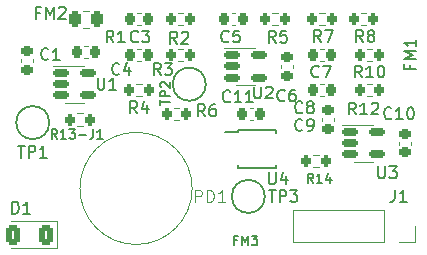
<source format=gto>
G04 #@! TF.GenerationSoftware,KiCad,Pcbnew,7.0.10*
G04 #@! TF.CreationDate,2025-06-25T11:08:39-05:00*
G04 #@! TF.ProjectId,ppg-pcb-4-afe,7070672d-7063-4622-9d34-2d6166652e6b,0*
G04 #@! TF.SameCoordinates,Original*
G04 #@! TF.FileFunction,Legend,Top*
G04 #@! TF.FilePolarity,Positive*
%FSLAX46Y46*%
G04 Gerber Fmt 4.6, Leading zero omitted, Abs format (unit mm)*
G04 Created by KiCad (PCBNEW 7.0.10) date 2025-06-25 11:08:39*
%MOMM*%
%LPD*%
G01*
G04 APERTURE LIST*
G04 Aperture macros list*
%AMRoundRect*
0 Rectangle with rounded corners*
0 $1 Rounding radius*
0 $2 $3 $4 $5 $6 $7 $8 $9 X,Y pos of 4 corners*
0 Add a 4 corners polygon primitive as box body*
4,1,4,$2,$3,$4,$5,$6,$7,$8,$9,$2,$3,0*
0 Add four circle primitives for the rounded corners*
1,1,$1+$1,$2,$3*
1,1,$1+$1,$4,$5*
1,1,$1+$1,$6,$7*
1,1,$1+$1,$8,$9*
0 Add four rect primitives between the rounded corners*
20,1,$1+$1,$2,$3,$4,$5,0*
20,1,$1+$1,$4,$5,$6,$7,0*
20,1,$1+$1,$6,$7,$8,$9,0*
20,1,$1+$1,$8,$9,$2,$3,0*%
G04 Aperture macros list end*
%ADD10C,0.150000*%
%ADD11C,0.100000*%
%ADD12C,0.120000*%
%ADD13RoundRect,0.200000X-0.200000X-0.275000X0.200000X-0.275000X0.200000X0.275000X-0.200000X0.275000X0*%
%ADD14RoundRect,0.225000X-0.225000X-0.250000X0.225000X-0.250000X0.225000X0.250000X-0.225000X0.250000X0*%
%ADD15C,2.000000*%
%ADD16RoundRect,0.225000X0.225000X0.250000X-0.225000X0.250000X-0.225000X-0.250000X0.225000X-0.250000X0*%
%ADD17R,1.700000X1.700000*%
%ADD18O,1.700000X1.700000*%
%ADD19RoundRect,0.225000X-0.250000X0.225000X-0.250000X-0.225000X0.250000X-0.225000X0.250000X0.225000X0*%
%ADD20RoundRect,0.150000X-0.512500X-0.150000X0.512500X-0.150000X0.512500X0.150000X-0.512500X0.150000X0*%
%ADD21RoundRect,0.250000X0.375000X0.625000X-0.375000X0.625000X-0.375000X-0.625000X0.375000X-0.625000X0*%
%ADD22RoundRect,0.250000X-0.262500X-0.450000X0.262500X-0.450000X0.262500X0.450000X-0.262500X0.450000X0*%
%ADD23RoundRect,0.225000X0.250000X-0.225000X0.250000X0.225000X-0.250000X0.225000X-0.250000X-0.225000X0*%
%ADD24C,1.350000*%
%ADD25R,1.100000X0.250000*%
G04 APERTURE END LIST*
D10*
X125393333Y-84929819D02*
X125060000Y-84453628D01*
X124821905Y-84929819D02*
X124821905Y-83929819D01*
X124821905Y-83929819D02*
X125202857Y-83929819D01*
X125202857Y-83929819D02*
X125298095Y-83977438D01*
X125298095Y-83977438D02*
X125345714Y-84025057D01*
X125345714Y-84025057D02*
X125393333Y-84120295D01*
X125393333Y-84120295D02*
X125393333Y-84263152D01*
X125393333Y-84263152D02*
X125345714Y-84358390D01*
X125345714Y-84358390D02*
X125298095Y-84406009D01*
X125298095Y-84406009D02*
X125202857Y-84453628D01*
X125202857Y-84453628D02*
X124821905Y-84453628D01*
X125726667Y-83929819D02*
X126393333Y-83929819D01*
X126393333Y-83929819D02*
X125964762Y-84929819D01*
X125218333Y-87834580D02*
X125170714Y-87882200D01*
X125170714Y-87882200D02*
X125027857Y-87929819D01*
X125027857Y-87929819D02*
X124932619Y-87929819D01*
X124932619Y-87929819D02*
X124789762Y-87882200D01*
X124789762Y-87882200D02*
X124694524Y-87786961D01*
X124694524Y-87786961D02*
X124646905Y-87691723D01*
X124646905Y-87691723D02*
X124599286Y-87501247D01*
X124599286Y-87501247D02*
X124599286Y-87358390D01*
X124599286Y-87358390D02*
X124646905Y-87167914D01*
X124646905Y-87167914D02*
X124694524Y-87072676D01*
X124694524Y-87072676D02*
X124789762Y-86977438D01*
X124789762Y-86977438D02*
X124932619Y-86929819D01*
X124932619Y-86929819D02*
X125027857Y-86929819D01*
X125027857Y-86929819D02*
X125170714Y-86977438D01*
X125170714Y-86977438D02*
X125218333Y-87025057D01*
X125551667Y-86929819D02*
X126218333Y-86929819D01*
X126218333Y-86929819D02*
X125789762Y-87929819D01*
X101595238Y-82431009D02*
X101261905Y-82431009D01*
X101261905Y-82954819D02*
X101261905Y-81954819D01*
X101261905Y-81954819D02*
X101738095Y-81954819D01*
X102119048Y-82954819D02*
X102119048Y-81954819D01*
X102119048Y-81954819D02*
X102452381Y-82669104D01*
X102452381Y-82669104D02*
X102785714Y-81954819D01*
X102785714Y-81954819D02*
X102785714Y-82954819D01*
X103214286Y-82050057D02*
X103261905Y-82002438D01*
X103261905Y-82002438D02*
X103357143Y-81954819D01*
X103357143Y-81954819D02*
X103595238Y-81954819D01*
X103595238Y-81954819D02*
X103690476Y-82002438D01*
X103690476Y-82002438D02*
X103738095Y-82050057D01*
X103738095Y-82050057D02*
X103785714Y-82145295D01*
X103785714Y-82145295D02*
X103785714Y-82240533D01*
X103785714Y-82240533D02*
X103738095Y-82383390D01*
X103738095Y-82383390D02*
X103166667Y-82954819D01*
X103166667Y-82954819D02*
X103785714Y-82954819D01*
X117722142Y-89934580D02*
X117674523Y-89982200D01*
X117674523Y-89982200D02*
X117531666Y-90029819D01*
X117531666Y-90029819D02*
X117436428Y-90029819D01*
X117436428Y-90029819D02*
X117293571Y-89982200D01*
X117293571Y-89982200D02*
X117198333Y-89886961D01*
X117198333Y-89886961D02*
X117150714Y-89791723D01*
X117150714Y-89791723D02*
X117103095Y-89601247D01*
X117103095Y-89601247D02*
X117103095Y-89458390D01*
X117103095Y-89458390D02*
X117150714Y-89267914D01*
X117150714Y-89267914D02*
X117198333Y-89172676D01*
X117198333Y-89172676D02*
X117293571Y-89077438D01*
X117293571Y-89077438D02*
X117436428Y-89029819D01*
X117436428Y-89029819D02*
X117531666Y-89029819D01*
X117531666Y-89029819D02*
X117674523Y-89077438D01*
X117674523Y-89077438D02*
X117722142Y-89125057D01*
X118674523Y-90029819D02*
X118103095Y-90029819D01*
X118388809Y-90029819D02*
X118388809Y-89029819D01*
X118388809Y-89029819D02*
X118293571Y-89172676D01*
X118293571Y-89172676D02*
X118198333Y-89267914D01*
X118198333Y-89267914D02*
X118103095Y-89315533D01*
X119626904Y-90029819D02*
X119055476Y-90029819D01*
X119341190Y-90029819D02*
X119341190Y-89029819D01*
X119341190Y-89029819D02*
X119245952Y-89172676D01*
X119245952Y-89172676D02*
X119150714Y-89267914D01*
X119150714Y-89267914D02*
X119055476Y-89315533D01*
X128968333Y-84929819D02*
X128635000Y-84453628D01*
X128396905Y-84929819D02*
X128396905Y-83929819D01*
X128396905Y-83929819D02*
X128777857Y-83929819D01*
X128777857Y-83929819D02*
X128873095Y-83977438D01*
X128873095Y-83977438D02*
X128920714Y-84025057D01*
X128920714Y-84025057D02*
X128968333Y-84120295D01*
X128968333Y-84120295D02*
X128968333Y-84263152D01*
X128968333Y-84263152D02*
X128920714Y-84358390D01*
X128920714Y-84358390D02*
X128873095Y-84406009D01*
X128873095Y-84406009D02*
X128777857Y-84453628D01*
X128777857Y-84453628D02*
X128396905Y-84453628D01*
X129539762Y-84358390D02*
X129444524Y-84310771D01*
X129444524Y-84310771D02*
X129396905Y-84263152D01*
X129396905Y-84263152D02*
X129349286Y-84167914D01*
X129349286Y-84167914D02*
X129349286Y-84120295D01*
X129349286Y-84120295D02*
X129396905Y-84025057D01*
X129396905Y-84025057D02*
X129444524Y-83977438D01*
X129444524Y-83977438D02*
X129539762Y-83929819D01*
X129539762Y-83929819D02*
X129730238Y-83929819D01*
X129730238Y-83929819D02*
X129825476Y-83977438D01*
X129825476Y-83977438D02*
X129873095Y-84025057D01*
X129873095Y-84025057D02*
X129920714Y-84120295D01*
X129920714Y-84120295D02*
X129920714Y-84167914D01*
X129920714Y-84167914D02*
X129873095Y-84263152D01*
X129873095Y-84263152D02*
X129825476Y-84310771D01*
X129825476Y-84310771D02*
X129730238Y-84358390D01*
X129730238Y-84358390D02*
X129539762Y-84358390D01*
X129539762Y-84358390D02*
X129444524Y-84406009D01*
X129444524Y-84406009D02*
X129396905Y-84453628D01*
X129396905Y-84453628D02*
X129349286Y-84548866D01*
X129349286Y-84548866D02*
X129349286Y-84739342D01*
X129349286Y-84739342D02*
X129396905Y-84834580D01*
X129396905Y-84834580D02*
X129444524Y-84882200D01*
X129444524Y-84882200D02*
X129539762Y-84929819D01*
X129539762Y-84929819D02*
X129730238Y-84929819D01*
X129730238Y-84929819D02*
X129825476Y-84882200D01*
X129825476Y-84882200D02*
X129873095Y-84834580D01*
X129873095Y-84834580D02*
X129920714Y-84739342D01*
X129920714Y-84739342D02*
X129920714Y-84548866D01*
X129920714Y-84548866D02*
X129873095Y-84453628D01*
X129873095Y-84453628D02*
X129825476Y-84406009D01*
X129825476Y-84406009D02*
X129730238Y-84358390D01*
X123833333Y-90859580D02*
X123785714Y-90907200D01*
X123785714Y-90907200D02*
X123642857Y-90954819D01*
X123642857Y-90954819D02*
X123547619Y-90954819D01*
X123547619Y-90954819D02*
X123404762Y-90907200D01*
X123404762Y-90907200D02*
X123309524Y-90811961D01*
X123309524Y-90811961D02*
X123261905Y-90716723D01*
X123261905Y-90716723D02*
X123214286Y-90526247D01*
X123214286Y-90526247D02*
X123214286Y-90383390D01*
X123214286Y-90383390D02*
X123261905Y-90192914D01*
X123261905Y-90192914D02*
X123309524Y-90097676D01*
X123309524Y-90097676D02*
X123404762Y-90002438D01*
X123404762Y-90002438D02*
X123547619Y-89954819D01*
X123547619Y-89954819D02*
X123642857Y-89954819D01*
X123642857Y-89954819D02*
X123785714Y-90002438D01*
X123785714Y-90002438D02*
X123833333Y-90050057D01*
X124404762Y-90383390D02*
X124309524Y-90335771D01*
X124309524Y-90335771D02*
X124261905Y-90288152D01*
X124261905Y-90288152D02*
X124214286Y-90192914D01*
X124214286Y-90192914D02*
X124214286Y-90145295D01*
X124214286Y-90145295D02*
X124261905Y-90050057D01*
X124261905Y-90050057D02*
X124309524Y-90002438D01*
X124309524Y-90002438D02*
X124404762Y-89954819D01*
X124404762Y-89954819D02*
X124595238Y-89954819D01*
X124595238Y-89954819D02*
X124690476Y-90002438D01*
X124690476Y-90002438D02*
X124738095Y-90050057D01*
X124738095Y-90050057D02*
X124785714Y-90145295D01*
X124785714Y-90145295D02*
X124785714Y-90192914D01*
X124785714Y-90192914D02*
X124738095Y-90288152D01*
X124738095Y-90288152D02*
X124690476Y-90335771D01*
X124690476Y-90335771D02*
X124595238Y-90383390D01*
X124595238Y-90383390D02*
X124404762Y-90383390D01*
X124404762Y-90383390D02*
X124309524Y-90431009D01*
X124309524Y-90431009D02*
X124261905Y-90478628D01*
X124261905Y-90478628D02*
X124214286Y-90573866D01*
X124214286Y-90573866D02*
X124214286Y-90764342D01*
X124214286Y-90764342D02*
X124261905Y-90859580D01*
X124261905Y-90859580D02*
X124309524Y-90907200D01*
X124309524Y-90907200D02*
X124404762Y-90954819D01*
X124404762Y-90954819D02*
X124595238Y-90954819D01*
X124595238Y-90954819D02*
X124690476Y-90907200D01*
X124690476Y-90907200D02*
X124738095Y-90859580D01*
X124738095Y-90859580D02*
X124785714Y-90764342D01*
X124785714Y-90764342D02*
X124785714Y-90573866D01*
X124785714Y-90573866D02*
X124738095Y-90478628D01*
X124738095Y-90478628D02*
X124690476Y-90431009D01*
X124690476Y-90431009D02*
X124595238Y-90383390D01*
X124735714Y-96862295D02*
X124469047Y-96481342D01*
X124278571Y-96862295D02*
X124278571Y-96062295D01*
X124278571Y-96062295D02*
X124583333Y-96062295D01*
X124583333Y-96062295D02*
X124659523Y-96100390D01*
X124659523Y-96100390D02*
X124697618Y-96138485D01*
X124697618Y-96138485D02*
X124735714Y-96214676D01*
X124735714Y-96214676D02*
X124735714Y-96328961D01*
X124735714Y-96328961D02*
X124697618Y-96405152D01*
X124697618Y-96405152D02*
X124659523Y-96443247D01*
X124659523Y-96443247D02*
X124583333Y-96481342D01*
X124583333Y-96481342D02*
X124278571Y-96481342D01*
X125497618Y-96862295D02*
X125040475Y-96862295D01*
X125269047Y-96862295D02*
X125269047Y-96062295D01*
X125269047Y-96062295D02*
X125192856Y-96176580D01*
X125192856Y-96176580D02*
X125116666Y-96252771D01*
X125116666Y-96252771D02*
X125040475Y-96290866D01*
X126183333Y-96328961D02*
X126183333Y-96862295D01*
X125992857Y-96024200D02*
X125802380Y-96595628D01*
X125802380Y-96595628D02*
X126297619Y-96595628D01*
X131666666Y-97454819D02*
X131666666Y-98169104D01*
X131666666Y-98169104D02*
X131619047Y-98311961D01*
X131619047Y-98311961D02*
X131523809Y-98407200D01*
X131523809Y-98407200D02*
X131380952Y-98454819D01*
X131380952Y-98454819D02*
X131285714Y-98454819D01*
X132666666Y-98454819D02*
X132095238Y-98454819D01*
X132380952Y-98454819D02*
X132380952Y-97454819D01*
X132380952Y-97454819D02*
X132285714Y-97597676D01*
X132285714Y-97597676D02*
X132190476Y-97692914D01*
X132190476Y-97692914D02*
X132095238Y-97740533D01*
X115583333Y-91204819D02*
X115250000Y-90728628D01*
X115011905Y-91204819D02*
X115011905Y-90204819D01*
X115011905Y-90204819D02*
X115392857Y-90204819D01*
X115392857Y-90204819D02*
X115488095Y-90252438D01*
X115488095Y-90252438D02*
X115535714Y-90300057D01*
X115535714Y-90300057D02*
X115583333Y-90395295D01*
X115583333Y-90395295D02*
X115583333Y-90538152D01*
X115583333Y-90538152D02*
X115535714Y-90633390D01*
X115535714Y-90633390D02*
X115488095Y-90681009D01*
X115488095Y-90681009D02*
X115392857Y-90728628D01*
X115392857Y-90728628D02*
X115011905Y-90728628D01*
X116440476Y-90204819D02*
X116250000Y-90204819D01*
X116250000Y-90204819D02*
X116154762Y-90252438D01*
X116154762Y-90252438D02*
X116107143Y-90300057D01*
X116107143Y-90300057D02*
X116011905Y-90442914D01*
X116011905Y-90442914D02*
X115964286Y-90633390D01*
X115964286Y-90633390D02*
X115964286Y-91014342D01*
X115964286Y-91014342D02*
X116011905Y-91109580D01*
X116011905Y-91109580D02*
X116059524Y-91157200D01*
X116059524Y-91157200D02*
X116154762Y-91204819D01*
X116154762Y-91204819D02*
X116345238Y-91204819D01*
X116345238Y-91204819D02*
X116440476Y-91157200D01*
X116440476Y-91157200D02*
X116488095Y-91109580D01*
X116488095Y-91109580D02*
X116535714Y-91014342D01*
X116535714Y-91014342D02*
X116535714Y-90776247D01*
X116535714Y-90776247D02*
X116488095Y-90681009D01*
X116488095Y-90681009D02*
X116440476Y-90633390D01*
X116440476Y-90633390D02*
X116345238Y-90585771D01*
X116345238Y-90585771D02*
X116154762Y-90585771D01*
X116154762Y-90585771D02*
X116059524Y-90633390D01*
X116059524Y-90633390D02*
X116011905Y-90681009D01*
X116011905Y-90681009D02*
X115964286Y-90776247D01*
X131357142Y-91359580D02*
X131309523Y-91407200D01*
X131309523Y-91407200D02*
X131166666Y-91454819D01*
X131166666Y-91454819D02*
X131071428Y-91454819D01*
X131071428Y-91454819D02*
X130928571Y-91407200D01*
X130928571Y-91407200D02*
X130833333Y-91311961D01*
X130833333Y-91311961D02*
X130785714Y-91216723D01*
X130785714Y-91216723D02*
X130738095Y-91026247D01*
X130738095Y-91026247D02*
X130738095Y-90883390D01*
X130738095Y-90883390D02*
X130785714Y-90692914D01*
X130785714Y-90692914D02*
X130833333Y-90597676D01*
X130833333Y-90597676D02*
X130928571Y-90502438D01*
X130928571Y-90502438D02*
X131071428Y-90454819D01*
X131071428Y-90454819D02*
X131166666Y-90454819D01*
X131166666Y-90454819D02*
X131309523Y-90502438D01*
X131309523Y-90502438D02*
X131357142Y-90550057D01*
X132309523Y-91454819D02*
X131738095Y-91454819D01*
X132023809Y-91454819D02*
X132023809Y-90454819D01*
X132023809Y-90454819D02*
X131928571Y-90597676D01*
X131928571Y-90597676D02*
X131833333Y-90692914D01*
X131833333Y-90692914D02*
X131738095Y-90740533D01*
X132928571Y-90454819D02*
X133023809Y-90454819D01*
X133023809Y-90454819D02*
X133119047Y-90502438D01*
X133119047Y-90502438D02*
X133166666Y-90550057D01*
X133166666Y-90550057D02*
X133214285Y-90645295D01*
X133214285Y-90645295D02*
X133261904Y-90835771D01*
X133261904Y-90835771D02*
X133261904Y-91073866D01*
X133261904Y-91073866D02*
X133214285Y-91264342D01*
X133214285Y-91264342D02*
X133166666Y-91359580D01*
X133166666Y-91359580D02*
X133119047Y-91407200D01*
X133119047Y-91407200D02*
X133023809Y-91454819D01*
X133023809Y-91454819D02*
X132928571Y-91454819D01*
X132928571Y-91454819D02*
X132833333Y-91407200D01*
X132833333Y-91407200D02*
X132785714Y-91359580D01*
X132785714Y-91359580D02*
X132738095Y-91264342D01*
X132738095Y-91264342D02*
X132690476Y-91073866D01*
X132690476Y-91073866D02*
X132690476Y-90835771D01*
X132690476Y-90835771D02*
X132738095Y-90645295D01*
X132738095Y-90645295D02*
X132785714Y-90550057D01*
X132785714Y-90550057D02*
X132833333Y-90502438D01*
X132833333Y-90502438D02*
X132928571Y-90454819D01*
X113233333Y-85054819D02*
X112900000Y-84578628D01*
X112661905Y-85054819D02*
X112661905Y-84054819D01*
X112661905Y-84054819D02*
X113042857Y-84054819D01*
X113042857Y-84054819D02*
X113138095Y-84102438D01*
X113138095Y-84102438D02*
X113185714Y-84150057D01*
X113185714Y-84150057D02*
X113233333Y-84245295D01*
X113233333Y-84245295D02*
X113233333Y-84388152D01*
X113233333Y-84388152D02*
X113185714Y-84483390D01*
X113185714Y-84483390D02*
X113138095Y-84531009D01*
X113138095Y-84531009D02*
X113042857Y-84578628D01*
X113042857Y-84578628D02*
X112661905Y-84578628D01*
X113614286Y-84150057D02*
X113661905Y-84102438D01*
X113661905Y-84102438D02*
X113757143Y-84054819D01*
X113757143Y-84054819D02*
X113995238Y-84054819D01*
X113995238Y-84054819D02*
X114090476Y-84102438D01*
X114090476Y-84102438D02*
X114138095Y-84150057D01*
X114138095Y-84150057D02*
X114185714Y-84245295D01*
X114185714Y-84245295D02*
X114185714Y-84340533D01*
X114185714Y-84340533D02*
X114138095Y-84483390D01*
X114138095Y-84483390D02*
X113566667Y-85054819D01*
X113566667Y-85054819D02*
X114185714Y-85054819D01*
X119738095Y-88704819D02*
X119738095Y-89514342D01*
X119738095Y-89514342D02*
X119785714Y-89609580D01*
X119785714Y-89609580D02*
X119833333Y-89657200D01*
X119833333Y-89657200D02*
X119928571Y-89704819D01*
X119928571Y-89704819D02*
X120119047Y-89704819D01*
X120119047Y-89704819D02*
X120214285Y-89657200D01*
X120214285Y-89657200D02*
X120261904Y-89609580D01*
X120261904Y-89609580D02*
X120309523Y-89514342D01*
X120309523Y-89514342D02*
X120309523Y-88704819D01*
X120738095Y-88800057D02*
X120785714Y-88752438D01*
X120785714Y-88752438D02*
X120880952Y-88704819D01*
X120880952Y-88704819D02*
X121119047Y-88704819D01*
X121119047Y-88704819D02*
X121214285Y-88752438D01*
X121214285Y-88752438D02*
X121261904Y-88800057D01*
X121261904Y-88800057D02*
X121309523Y-88895295D01*
X121309523Y-88895295D02*
X121309523Y-88990533D01*
X121309523Y-88990533D02*
X121261904Y-89133390D01*
X121261904Y-89133390D02*
X120690476Y-89704819D01*
X120690476Y-89704819D02*
X121309523Y-89704819D01*
X99261905Y-99454819D02*
X99261905Y-98454819D01*
X99261905Y-98454819D02*
X99500000Y-98454819D01*
X99500000Y-98454819D02*
X99642857Y-98502438D01*
X99642857Y-98502438D02*
X99738095Y-98597676D01*
X99738095Y-98597676D02*
X99785714Y-98692914D01*
X99785714Y-98692914D02*
X99833333Y-98883390D01*
X99833333Y-98883390D02*
X99833333Y-99026247D01*
X99833333Y-99026247D02*
X99785714Y-99216723D01*
X99785714Y-99216723D02*
X99738095Y-99311961D01*
X99738095Y-99311961D02*
X99642857Y-99407200D01*
X99642857Y-99407200D02*
X99500000Y-99454819D01*
X99500000Y-99454819D02*
X99261905Y-99454819D01*
X100785714Y-99454819D02*
X100214286Y-99454819D01*
X100500000Y-99454819D02*
X100500000Y-98454819D01*
X100500000Y-98454819D02*
X100404762Y-98597676D01*
X100404762Y-98597676D02*
X100309524Y-98692914D01*
X100309524Y-98692914D02*
X100214286Y-98740533D01*
X99738095Y-93704819D02*
X100309523Y-93704819D01*
X100023809Y-94704819D02*
X100023809Y-93704819D01*
X100642857Y-94704819D02*
X100642857Y-93704819D01*
X100642857Y-93704819D02*
X101023809Y-93704819D01*
X101023809Y-93704819D02*
X101119047Y-93752438D01*
X101119047Y-93752438D02*
X101166666Y-93800057D01*
X101166666Y-93800057D02*
X101214285Y-93895295D01*
X101214285Y-93895295D02*
X101214285Y-94038152D01*
X101214285Y-94038152D02*
X101166666Y-94133390D01*
X101166666Y-94133390D02*
X101119047Y-94181009D01*
X101119047Y-94181009D02*
X101023809Y-94228628D01*
X101023809Y-94228628D02*
X100642857Y-94228628D01*
X102166666Y-94704819D02*
X101595238Y-94704819D01*
X101880952Y-94704819D02*
X101880952Y-93704819D01*
X101880952Y-93704819D02*
X101785714Y-93847676D01*
X101785714Y-93847676D02*
X101690476Y-93942914D01*
X101690476Y-93942914D02*
X101595238Y-93990533D01*
X118276190Y-101693247D02*
X118009524Y-101693247D01*
X118009524Y-102112295D02*
X118009524Y-101312295D01*
X118009524Y-101312295D02*
X118390476Y-101312295D01*
X118695238Y-102112295D02*
X118695238Y-101312295D01*
X118695238Y-101312295D02*
X118961904Y-101883723D01*
X118961904Y-101883723D02*
X119228571Y-101312295D01*
X119228571Y-101312295D02*
X119228571Y-102112295D01*
X119533333Y-101312295D02*
X120028571Y-101312295D01*
X120028571Y-101312295D02*
X119761905Y-101617057D01*
X119761905Y-101617057D02*
X119876190Y-101617057D01*
X119876190Y-101617057D02*
X119952381Y-101655152D01*
X119952381Y-101655152D02*
X119990476Y-101693247D01*
X119990476Y-101693247D02*
X120028571Y-101769438D01*
X120028571Y-101769438D02*
X120028571Y-101959914D01*
X120028571Y-101959914D02*
X119990476Y-102036104D01*
X119990476Y-102036104D02*
X119952381Y-102074200D01*
X119952381Y-102074200D02*
X119876190Y-102112295D01*
X119876190Y-102112295D02*
X119647619Y-102112295D01*
X119647619Y-102112295D02*
X119571428Y-102074200D01*
X119571428Y-102074200D02*
X119533333Y-102036104D01*
X106488095Y-87954819D02*
X106488095Y-88764342D01*
X106488095Y-88764342D02*
X106535714Y-88859580D01*
X106535714Y-88859580D02*
X106583333Y-88907200D01*
X106583333Y-88907200D02*
X106678571Y-88954819D01*
X106678571Y-88954819D02*
X106869047Y-88954819D01*
X106869047Y-88954819D02*
X106964285Y-88907200D01*
X106964285Y-88907200D02*
X107011904Y-88859580D01*
X107011904Y-88859580D02*
X107059523Y-88764342D01*
X107059523Y-88764342D02*
X107059523Y-87954819D01*
X108059523Y-88954819D02*
X107488095Y-88954819D01*
X107773809Y-88954819D02*
X107773809Y-87954819D01*
X107773809Y-87954819D02*
X107678571Y-88097676D01*
X107678571Y-88097676D02*
X107583333Y-88192914D01*
X107583333Y-88192914D02*
X107488095Y-88240533D01*
X107833333Y-84954819D02*
X107500000Y-84478628D01*
X107261905Y-84954819D02*
X107261905Y-83954819D01*
X107261905Y-83954819D02*
X107642857Y-83954819D01*
X107642857Y-83954819D02*
X107738095Y-84002438D01*
X107738095Y-84002438D02*
X107785714Y-84050057D01*
X107785714Y-84050057D02*
X107833333Y-84145295D01*
X107833333Y-84145295D02*
X107833333Y-84288152D01*
X107833333Y-84288152D02*
X107785714Y-84383390D01*
X107785714Y-84383390D02*
X107738095Y-84431009D01*
X107738095Y-84431009D02*
X107642857Y-84478628D01*
X107642857Y-84478628D02*
X107261905Y-84478628D01*
X108785714Y-84954819D02*
X108214286Y-84954819D01*
X108500000Y-84954819D02*
X108500000Y-83954819D01*
X108500000Y-83954819D02*
X108404762Y-84097676D01*
X108404762Y-84097676D02*
X108309524Y-84192914D01*
X108309524Y-84192914D02*
X108214286Y-84240533D01*
X109933333Y-84859580D02*
X109885714Y-84907200D01*
X109885714Y-84907200D02*
X109742857Y-84954819D01*
X109742857Y-84954819D02*
X109647619Y-84954819D01*
X109647619Y-84954819D02*
X109504762Y-84907200D01*
X109504762Y-84907200D02*
X109409524Y-84811961D01*
X109409524Y-84811961D02*
X109361905Y-84716723D01*
X109361905Y-84716723D02*
X109314286Y-84526247D01*
X109314286Y-84526247D02*
X109314286Y-84383390D01*
X109314286Y-84383390D02*
X109361905Y-84192914D01*
X109361905Y-84192914D02*
X109409524Y-84097676D01*
X109409524Y-84097676D02*
X109504762Y-84002438D01*
X109504762Y-84002438D02*
X109647619Y-83954819D01*
X109647619Y-83954819D02*
X109742857Y-83954819D01*
X109742857Y-83954819D02*
X109885714Y-84002438D01*
X109885714Y-84002438D02*
X109933333Y-84050057D01*
X110266667Y-83954819D02*
X110885714Y-83954819D01*
X110885714Y-83954819D02*
X110552381Y-84335771D01*
X110552381Y-84335771D02*
X110695238Y-84335771D01*
X110695238Y-84335771D02*
X110790476Y-84383390D01*
X110790476Y-84383390D02*
X110838095Y-84431009D01*
X110838095Y-84431009D02*
X110885714Y-84526247D01*
X110885714Y-84526247D02*
X110885714Y-84764342D01*
X110885714Y-84764342D02*
X110838095Y-84859580D01*
X110838095Y-84859580D02*
X110790476Y-84907200D01*
X110790476Y-84907200D02*
X110695238Y-84954819D01*
X110695238Y-84954819D02*
X110409524Y-84954819D01*
X110409524Y-84954819D02*
X110314286Y-84907200D01*
X110314286Y-84907200D02*
X110266667Y-84859580D01*
X123833333Y-92359580D02*
X123785714Y-92407200D01*
X123785714Y-92407200D02*
X123642857Y-92454819D01*
X123642857Y-92454819D02*
X123547619Y-92454819D01*
X123547619Y-92454819D02*
X123404762Y-92407200D01*
X123404762Y-92407200D02*
X123309524Y-92311961D01*
X123309524Y-92311961D02*
X123261905Y-92216723D01*
X123261905Y-92216723D02*
X123214286Y-92026247D01*
X123214286Y-92026247D02*
X123214286Y-91883390D01*
X123214286Y-91883390D02*
X123261905Y-91692914D01*
X123261905Y-91692914D02*
X123309524Y-91597676D01*
X123309524Y-91597676D02*
X123404762Y-91502438D01*
X123404762Y-91502438D02*
X123547619Y-91454819D01*
X123547619Y-91454819D02*
X123642857Y-91454819D01*
X123642857Y-91454819D02*
X123785714Y-91502438D01*
X123785714Y-91502438D02*
X123833333Y-91550057D01*
X124309524Y-92454819D02*
X124500000Y-92454819D01*
X124500000Y-92454819D02*
X124595238Y-92407200D01*
X124595238Y-92407200D02*
X124642857Y-92359580D01*
X124642857Y-92359580D02*
X124738095Y-92216723D01*
X124738095Y-92216723D02*
X124785714Y-92026247D01*
X124785714Y-92026247D02*
X124785714Y-91645295D01*
X124785714Y-91645295D02*
X124738095Y-91550057D01*
X124738095Y-91550057D02*
X124690476Y-91502438D01*
X124690476Y-91502438D02*
X124595238Y-91454819D01*
X124595238Y-91454819D02*
X124404762Y-91454819D01*
X124404762Y-91454819D02*
X124309524Y-91502438D01*
X124309524Y-91502438D02*
X124261905Y-91550057D01*
X124261905Y-91550057D02*
X124214286Y-91645295D01*
X124214286Y-91645295D02*
X124214286Y-91883390D01*
X124214286Y-91883390D02*
X124261905Y-91978628D01*
X124261905Y-91978628D02*
X124309524Y-92026247D01*
X124309524Y-92026247D02*
X124404762Y-92073866D01*
X124404762Y-92073866D02*
X124595238Y-92073866D01*
X124595238Y-92073866D02*
X124690476Y-92026247D01*
X124690476Y-92026247D02*
X124738095Y-91978628D01*
X124738095Y-91978628D02*
X124785714Y-91883390D01*
X111833333Y-87704819D02*
X111500000Y-87228628D01*
X111261905Y-87704819D02*
X111261905Y-86704819D01*
X111261905Y-86704819D02*
X111642857Y-86704819D01*
X111642857Y-86704819D02*
X111738095Y-86752438D01*
X111738095Y-86752438D02*
X111785714Y-86800057D01*
X111785714Y-86800057D02*
X111833333Y-86895295D01*
X111833333Y-86895295D02*
X111833333Y-87038152D01*
X111833333Y-87038152D02*
X111785714Y-87133390D01*
X111785714Y-87133390D02*
X111738095Y-87181009D01*
X111738095Y-87181009D02*
X111642857Y-87228628D01*
X111642857Y-87228628D02*
X111261905Y-87228628D01*
X112166667Y-86704819D02*
X112785714Y-86704819D01*
X112785714Y-86704819D02*
X112452381Y-87085771D01*
X112452381Y-87085771D02*
X112595238Y-87085771D01*
X112595238Y-87085771D02*
X112690476Y-87133390D01*
X112690476Y-87133390D02*
X112738095Y-87181009D01*
X112738095Y-87181009D02*
X112785714Y-87276247D01*
X112785714Y-87276247D02*
X112785714Y-87514342D01*
X112785714Y-87514342D02*
X112738095Y-87609580D01*
X112738095Y-87609580D02*
X112690476Y-87657200D01*
X112690476Y-87657200D02*
X112595238Y-87704819D01*
X112595238Y-87704819D02*
X112309524Y-87704819D01*
X112309524Y-87704819D02*
X112214286Y-87657200D01*
X112214286Y-87657200D02*
X112166667Y-87609580D01*
X132931009Y-86904761D02*
X132931009Y-87238094D01*
X133454819Y-87238094D02*
X132454819Y-87238094D01*
X132454819Y-87238094D02*
X132454819Y-86761904D01*
X133454819Y-86380951D02*
X132454819Y-86380951D01*
X132454819Y-86380951D02*
X133169104Y-86047618D01*
X133169104Y-86047618D02*
X132454819Y-85714285D01*
X132454819Y-85714285D02*
X133454819Y-85714285D01*
X133454819Y-84714285D02*
X133454819Y-85285713D01*
X133454819Y-84999999D02*
X132454819Y-84999999D01*
X132454819Y-84999999D02*
X132597676Y-85095237D01*
X132597676Y-85095237D02*
X132692914Y-85190475D01*
X132692914Y-85190475D02*
X132740533Y-85285713D01*
X111812295Y-90259523D02*
X111812295Y-89802380D01*
X112612295Y-90030952D02*
X111812295Y-90030952D01*
X112612295Y-89535713D02*
X111812295Y-89535713D01*
X111812295Y-89535713D02*
X111812295Y-89230951D01*
X111812295Y-89230951D02*
X111850390Y-89154761D01*
X111850390Y-89154761D02*
X111888485Y-89116666D01*
X111888485Y-89116666D02*
X111964676Y-89078570D01*
X111964676Y-89078570D02*
X112078961Y-89078570D01*
X112078961Y-89078570D02*
X112155152Y-89116666D01*
X112155152Y-89116666D02*
X112193247Y-89154761D01*
X112193247Y-89154761D02*
X112231342Y-89230951D01*
X112231342Y-89230951D02*
X112231342Y-89535713D01*
X111888485Y-88773809D02*
X111850390Y-88735713D01*
X111850390Y-88735713D02*
X111812295Y-88659523D01*
X111812295Y-88659523D02*
X111812295Y-88469047D01*
X111812295Y-88469047D02*
X111850390Y-88392856D01*
X111850390Y-88392856D02*
X111888485Y-88354761D01*
X111888485Y-88354761D02*
X111964676Y-88316666D01*
X111964676Y-88316666D02*
X112040866Y-88316666D01*
X112040866Y-88316666D02*
X112155152Y-88354761D01*
X112155152Y-88354761D02*
X112612295Y-88811904D01*
X112612295Y-88811904D02*
X112612295Y-88316666D01*
X121568333Y-84979819D02*
X121235000Y-84503628D01*
X120996905Y-84979819D02*
X120996905Y-83979819D01*
X120996905Y-83979819D02*
X121377857Y-83979819D01*
X121377857Y-83979819D02*
X121473095Y-84027438D01*
X121473095Y-84027438D02*
X121520714Y-84075057D01*
X121520714Y-84075057D02*
X121568333Y-84170295D01*
X121568333Y-84170295D02*
X121568333Y-84313152D01*
X121568333Y-84313152D02*
X121520714Y-84408390D01*
X121520714Y-84408390D02*
X121473095Y-84456009D01*
X121473095Y-84456009D02*
X121377857Y-84503628D01*
X121377857Y-84503628D02*
X120996905Y-84503628D01*
X122473095Y-83979819D02*
X121996905Y-83979819D01*
X121996905Y-83979819D02*
X121949286Y-84456009D01*
X121949286Y-84456009D02*
X121996905Y-84408390D01*
X121996905Y-84408390D02*
X122092143Y-84360771D01*
X122092143Y-84360771D02*
X122330238Y-84360771D01*
X122330238Y-84360771D02*
X122425476Y-84408390D01*
X122425476Y-84408390D02*
X122473095Y-84456009D01*
X122473095Y-84456009D02*
X122520714Y-84551247D01*
X122520714Y-84551247D02*
X122520714Y-84789342D01*
X122520714Y-84789342D02*
X122473095Y-84884580D01*
X122473095Y-84884580D02*
X122425476Y-84932200D01*
X122425476Y-84932200D02*
X122330238Y-84979819D01*
X122330238Y-84979819D02*
X122092143Y-84979819D01*
X122092143Y-84979819D02*
X121996905Y-84932200D01*
X121996905Y-84932200D02*
X121949286Y-84884580D01*
X122333333Y-89859580D02*
X122285714Y-89907200D01*
X122285714Y-89907200D02*
X122142857Y-89954819D01*
X122142857Y-89954819D02*
X122047619Y-89954819D01*
X122047619Y-89954819D02*
X121904762Y-89907200D01*
X121904762Y-89907200D02*
X121809524Y-89811961D01*
X121809524Y-89811961D02*
X121761905Y-89716723D01*
X121761905Y-89716723D02*
X121714286Y-89526247D01*
X121714286Y-89526247D02*
X121714286Y-89383390D01*
X121714286Y-89383390D02*
X121761905Y-89192914D01*
X121761905Y-89192914D02*
X121809524Y-89097676D01*
X121809524Y-89097676D02*
X121904762Y-89002438D01*
X121904762Y-89002438D02*
X122047619Y-88954819D01*
X122047619Y-88954819D02*
X122142857Y-88954819D01*
X122142857Y-88954819D02*
X122285714Y-89002438D01*
X122285714Y-89002438D02*
X122333333Y-89050057D01*
X123190476Y-88954819D02*
X123000000Y-88954819D01*
X123000000Y-88954819D02*
X122904762Y-89002438D01*
X122904762Y-89002438D02*
X122857143Y-89050057D01*
X122857143Y-89050057D02*
X122761905Y-89192914D01*
X122761905Y-89192914D02*
X122714286Y-89383390D01*
X122714286Y-89383390D02*
X122714286Y-89764342D01*
X122714286Y-89764342D02*
X122761905Y-89859580D01*
X122761905Y-89859580D02*
X122809524Y-89907200D01*
X122809524Y-89907200D02*
X122904762Y-89954819D01*
X122904762Y-89954819D02*
X123095238Y-89954819D01*
X123095238Y-89954819D02*
X123190476Y-89907200D01*
X123190476Y-89907200D02*
X123238095Y-89859580D01*
X123238095Y-89859580D02*
X123285714Y-89764342D01*
X123285714Y-89764342D02*
X123285714Y-89526247D01*
X123285714Y-89526247D02*
X123238095Y-89431009D01*
X123238095Y-89431009D02*
X123190476Y-89383390D01*
X123190476Y-89383390D02*
X123095238Y-89335771D01*
X123095238Y-89335771D02*
X122904762Y-89335771D01*
X122904762Y-89335771D02*
X122809524Y-89383390D01*
X122809524Y-89383390D02*
X122761905Y-89431009D01*
X122761905Y-89431009D02*
X122714286Y-89526247D01*
X109833333Y-90954819D02*
X109500000Y-90478628D01*
X109261905Y-90954819D02*
X109261905Y-89954819D01*
X109261905Y-89954819D02*
X109642857Y-89954819D01*
X109642857Y-89954819D02*
X109738095Y-90002438D01*
X109738095Y-90002438D02*
X109785714Y-90050057D01*
X109785714Y-90050057D02*
X109833333Y-90145295D01*
X109833333Y-90145295D02*
X109833333Y-90288152D01*
X109833333Y-90288152D02*
X109785714Y-90383390D01*
X109785714Y-90383390D02*
X109738095Y-90431009D01*
X109738095Y-90431009D02*
X109642857Y-90478628D01*
X109642857Y-90478628D02*
X109261905Y-90478628D01*
X110690476Y-90288152D02*
X110690476Y-90954819D01*
X110452381Y-89907200D02*
X110214286Y-90621485D01*
X110214286Y-90621485D02*
X110833333Y-90621485D01*
X128357142Y-91054819D02*
X128023809Y-90578628D01*
X127785714Y-91054819D02*
X127785714Y-90054819D01*
X127785714Y-90054819D02*
X128166666Y-90054819D01*
X128166666Y-90054819D02*
X128261904Y-90102438D01*
X128261904Y-90102438D02*
X128309523Y-90150057D01*
X128309523Y-90150057D02*
X128357142Y-90245295D01*
X128357142Y-90245295D02*
X128357142Y-90388152D01*
X128357142Y-90388152D02*
X128309523Y-90483390D01*
X128309523Y-90483390D02*
X128261904Y-90531009D01*
X128261904Y-90531009D02*
X128166666Y-90578628D01*
X128166666Y-90578628D02*
X127785714Y-90578628D01*
X129309523Y-91054819D02*
X128738095Y-91054819D01*
X129023809Y-91054819D02*
X129023809Y-90054819D01*
X129023809Y-90054819D02*
X128928571Y-90197676D01*
X128928571Y-90197676D02*
X128833333Y-90292914D01*
X128833333Y-90292914D02*
X128738095Y-90340533D01*
X129690476Y-90150057D02*
X129738095Y-90102438D01*
X129738095Y-90102438D02*
X129833333Y-90054819D01*
X129833333Y-90054819D02*
X130071428Y-90054819D01*
X130071428Y-90054819D02*
X130166666Y-90102438D01*
X130166666Y-90102438D02*
X130214285Y-90150057D01*
X130214285Y-90150057D02*
X130261904Y-90245295D01*
X130261904Y-90245295D02*
X130261904Y-90340533D01*
X130261904Y-90340533D02*
X130214285Y-90483390D01*
X130214285Y-90483390D02*
X129642857Y-91054819D01*
X129642857Y-91054819D02*
X130261904Y-91054819D01*
X120988095Y-97454819D02*
X121559523Y-97454819D01*
X121273809Y-98454819D02*
X121273809Y-97454819D01*
X121892857Y-98454819D02*
X121892857Y-97454819D01*
X121892857Y-97454819D02*
X122273809Y-97454819D01*
X122273809Y-97454819D02*
X122369047Y-97502438D01*
X122369047Y-97502438D02*
X122416666Y-97550057D01*
X122416666Y-97550057D02*
X122464285Y-97645295D01*
X122464285Y-97645295D02*
X122464285Y-97788152D01*
X122464285Y-97788152D02*
X122416666Y-97883390D01*
X122416666Y-97883390D02*
X122369047Y-97931009D01*
X122369047Y-97931009D02*
X122273809Y-97978628D01*
X122273809Y-97978628D02*
X121892857Y-97978628D01*
X122797619Y-97454819D02*
X123416666Y-97454819D01*
X123416666Y-97454819D02*
X123083333Y-97835771D01*
X123083333Y-97835771D02*
X123226190Y-97835771D01*
X123226190Y-97835771D02*
X123321428Y-97883390D01*
X123321428Y-97883390D02*
X123369047Y-97931009D01*
X123369047Y-97931009D02*
X123416666Y-98026247D01*
X123416666Y-98026247D02*
X123416666Y-98264342D01*
X123416666Y-98264342D02*
X123369047Y-98359580D01*
X123369047Y-98359580D02*
X123321428Y-98407200D01*
X123321428Y-98407200D02*
X123226190Y-98454819D01*
X123226190Y-98454819D02*
X122940476Y-98454819D01*
X122940476Y-98454819D02*
X122845238Y-98407200D01*
X122845238Y-98407200D02*
X122797619Y-98359580D01*
X128857142Y-87929819D02*
X128523809Y-87453628D01*
X128285714Y-87929819D02*
X128285714Y-86929819D01*
X128285714Y-86929819D02*
X128666666Y-86929819D01*
X128666666Y-86929819D02*
X128761904Y-86977438D01*
X128761904Y-86977438D02*
X128809523Y-87025057D01*
X128809523Y-87025057D02*
X128857142Y-87120295D01*
X128857142Y-87120295D02*
X128857142Y-87263152D01*
X128857142Y-87263152D02*
X128809523Y-87358390D01*
X128809523Y-87358390D02*
X128761904Y-87406009D01*
X128761904Y-87406009D02*
X128666666Y-87453628D01*
X128666666Y-87453628D02*
X128285714Y-87453628D01*
X129809523Y-87929819D02*
X129238095Y-87929819D01*
X129523809Y-87929819D02*
X129523809Y-86929819D01*
X129523809Y-86929819D02*
X129428571Y-87072676D01*
X129428571Y-87072676D02*
X129333333Y-87167914D01*
X129333333Y-87167914D02*
X129238095Y-87215533D01*
X130428571Y-86929819D02*
X130523809Y-86929819D01*
X130523809Y-86929819D02*
X130619047Y-86977438D01*
X130619047Y-86977438D02*
X130666666Y-87025057D01*
X130666666Y-87025057D02*
X130714285Y-87120295D01*
X130714285Y-87120295D02*
X130761904Y-87310771D01*
X130761904Y-87310771D02*
X130761904Y-87548866D01*
X130761904Y-87548866D02*
X130714285Y-87739342D01*
X130714285Y-87739342D02*
X130666666Y-87834580D01*
X130666666Y-87834580D02*
X130619047Y-87882200D01*
X130619047Y-87882200D02*
X130523809Y-87929819D01*
X130523809Y-87929819D02*
X130428571Y-87929819D01*
X130428571Y-87929819D02*
X130333333Y-87882200D01*
X130333333Y-87882200D02*
X130285714Y-87834580D01*
X130285714Y-87834580D02*
X130238095Y-87739342D01*
X130238095Y-87739342D02*
X130190476Y-87548866D01*
X130190476Y-87548866D02*
X130190476Y-87310771D01*
X130190476Y-87310771D02*
X130238095Y-87120295D01*
X130238095Y-87120295D02*
X130285714Y-87025057D01*
X130285714Y-87025057D02*
X130333333Y-86977438D01*
X130333333Y-86977438D02*
X130428571Y-86929819D01*
D11*
X114761905Y-98457419D02*
X114761905Y-97457419D01*
X114761905Y-97457419D02*
X115142857Y-97457419D01*
X115142857Y-97457419D02*
X115238095Y-97505038D01*
X115238095Y-97505038D02*
X115285714Y-97552657D01*
X115285714Y-97552657D02*
X115333333Y-97647895D01*
X115333333Y-97647895D02*
X115333333Y-97790752D01*
X115333333Y-97790752D02*
X115285714Y-97885990D01*
X115285714Y-97885990D02*
X115238095Y-97933609D01*
X115238095Y-97933609D02*
X115142857Y-97981228D01*
X115142857Y-97981228D02*
X114761905Y-97981228D01*
X115761905Y-98457419D02*
X115761905Y-97457419D01*
X115761905Y-97457419D02*
X116000000Y-97457419D01*
X116000000Y-97457419D02*
X116142857Y-97505038D01*
X116142857Y-97505038D02*
X116238095Y-97600276D01*
X116238095Y-97600276D02*
X116285714Y-97695514D01*
X116285714Y-97695514D02*
X116333333Y-97885990D01*
X116333333Y-97885990D02*
X116333333Y-98028847D01*
X116333333Y-98028847D02*
X116285714Y-98219323D01*
X116285714Y-98219323D02*
X116238095Y-98314561D01*
X116238095Y-98314561D02*
X116142857Y-98409800D01*
X116142857Y-98409800D02*
X116000000Y-98457419D01*
X116000000Y-98457419D02*
X115761905Y-98457419D01*
X117285714Y-98457419D02*
X116714286Y-98457419D01*
X117000000Y-98457419D02*
X117000000Y-97457419D01*
X117000000Y-97457419D02*
X116904762Y-97600276D01*
X116904762Y-97600276D02*
X116809524Y-97695514D01*
X116809524Y-97695514D02*
X116714286Y-97743133D01*
D10*
X102333333Y-86359580D02*
X102285714Y-86407200D01*
X102285714Y-86407200D02*
X102142857Y-86454819D01*
X102142857Y-86454819D02*
X102047619Y-86454819D01*
X102047619Y-86454819D02*
X101904762Y-86407200D01*
X101904762Y-86407200D02*
X101809524Y-86311961D01*
X101809524Y-86311961D02*
X101761905Y-86216723D01*
X101761905Y-86216723D02*
X101714286Y-86026247D01*
X101714286Y-86026247D02*
X101714286Y-85883390D01*
X101714286Y-85883390D02*
X101761905Y-85692914D01*
X101761905Y-85692914D02*
X101809524Y-85597676D01*
X101809524Y-85597676D02*
X101904762Y-85502438D01*
X101904762Y-85502438D02*
X102047619Y-85454819D01*
X102047619Y-85454819D02*
X102142857Y-85454819D01*
X102142857Y-85454819D02*
X102285714Y-85502438D01*
X102285714Y-85502438D02*
X102333333Y-85550057D01*
X103285714Y-86454819D02*
X102714286Y-86454819D01*
X103000000Y-86454819D02*
X103000000Y-85454819D01*
X103000000Y-85454819D02*
X102904762Y-85597676D01*
X102904762Y-85597676D02*
X102809524Y-85692914D01*
X102809524Y-85692914D02*
X102714286Y-85740533D01*
X117583333Y-84859580D02*
X117535714Y-84907200D01*
X117535714Y-84907200D02*
X117392857Y-84954819D01*
X117392857Y-84954819D02*
X117297619Y-84954819D01*
X117297619Y-84954819D02*
X117154762Y-84907200D01*
X117154762Y-84907200D02*
X117059524Y-84811961D01*
X117059524Y-84811961D02*
X117011905Y-84716723D01*
X117011905Y-84716723D02*
X116964286Y-84526247D01*
X116964286Y-84526247D02*
X116964286Y-84383390D01*
X116964286Y-84383390D02*
X117011905Y-84192914D01*
X117011905Y-84192914D02*
X117059524Y-84097676D01*
X117059524Y-84097676D02*
X117154762Y-84002438D01*
X117154762Y-84002438D02*
X117297619Y-83954819D01*
X117297619Y-83954819D02*
X117392857Y-83954819D01*
X117392857Y-83954819D02*
X117535714Y-84002438D01*
X117535714Y-84002438D02*
X117583333Y-84050057D01*
X118488095Y-83954819D02*
X118011905Y-83954819D01*
X118011905Y-83954819D02*
X117964286Y-84431009D01*
X117964286Y-84431009D02*
X118011905Y-84383390D01*
X118011905Y-84383390D02*
X118107143Y-84335771D01*
X118107143Y-84335771D02*
X118345238Y-84335771D01*
X118345238Y-84335771D02*
X118440476Y-84383390D01*
X118440476Y-84383390D02*
X118488095Y-84431009D01*
X118488095Y-84431009D02*
X118535714Y-84526247D01*
X118535714Y-84526247D02*
X118535714Y-84764342D01*
X118535714Y-84764342D02*
X118488095Y-84859580D01*
X118488095Y-84859580D02*
X118440476Y-84907200D01*
X118440476Y-84907200D02*
X118345238Y-84954819D01*
X118345238Y-84954819D02*
X118107143Y-84954819D01*
X118107143Y-84954819D02*
X118011905Y-84907200D01*
X118011905Y-84907200D02*
X117964286Y-84859580D01*
X120988095Y-95954819D02*
X120988095Y-96764342D01*
X120988095Y-96764342D02*
X121035714Y-96859580D01*
X121035714Y-96859580D02*
X121083333Y-96907200D01*
X121083333Y-96907200D02*
X121178571Y-96954819D01*
X121178571Y-96954819D02*
X121369047Y-96954819D01*
X121369047Y-96954819D02*
X121464285Y-96907200D01*
X121464285Y-96907200D02*
X121511904Y-96859580D01*
X121511904Y-96859580D02*
X121559523Y-96764342D01*
X121559523Y-96764342D02*
X121559523Y-95954819D01*
X122464285Y-96288152D02*
X122464285Y-96954819D01*
X122226190Y-95907200D02*
X121988095Y-96621485D01*
X121988095Y-96621485D02*
X122607142Y-96621485D01*
X108333333Y-87609580D02*
X108285714Y-87657200D01*
X108285714Y-87657200D02*
X108142857Y-87704819D01*
X108142857Y-87704819D02*
X108047619Y-87704819D01*
X108047619Y-87704819D02*
X107904762Y-87657200D01*
X107904762Y-87657200D02*
X107809524Y-87561961D01*
X107809524Y-87561961D02*
X107761905Y-87466723D01*
X107761905Y-87466723D02*
X107714286Y-87276247D01*
X107714286Y-87276247D02*
X107714286Y-87133390D01*
X107714286Y-87133390D02*
X107761905Y-86942914D01*
X107761905Y-86942914D02*
X107809524Y-86847676D01*
X107809524Y-86847676D02*
X107904762Y-86752438D01*
X107904762Y-86752438D02*
X108047619Y-86704819D01*
X108047619Y-86704819D02*
X108142857Y-86704819D01*
X108142857Y-86704819D02*
X108285714Y-86752438D01*
X108285714Y-86752438D02*
X108333333Y-86800057D01*
X109190476Y-87038152D02*
X109190476Y-87704819D01*
X108952381Y-86657200D02*
X108714286Y-87371485D01*
X108714286Y-87371485D02*
X109333333Y-87371485D01*
X130238095Y-95454819D02*
X130238095Y-96264342D01*
X130238095Y-96264342D02*
X130285714Y-96359580D01*
X130285714Y-96359580D02*
X130333333Y-96407200D01*
X130333333Y-96407200D02*
X130428571Y-96454819D01*
X130428571Y-96454819D02*
X130619047Y-96454819D01*
X130619047Y-96454819D02*
X130714285Y-96407200D01*
X130714285Y-96407200D02*
X130761904Y-96359580D01*
X130761904Y-96359580D02*
X130809523Y-96264342D01*
X130809523Y-96264342D02*
X130809523Y-95454819D01*
X131190476Y-95454819D02*
X131809523Y-95454819D01*
X131809523Y-95454819D02*
X131476190Y-95835771D01*
X131476190Y-95835771D02*
X131619047Y-95835771D01*
X131619047Y-95835771D02*
X131714285Y-95883390D01*
X131714285Y-95883390D02*
X131761904Y-95931009D01*
X131761904Y-95931009D02*
X131809523Y-96026247D01*
X131809523Y-96026247D02*
X131809523Y-96264342D01*
X131809523Y-96264342D02*
X131761904Y-96359580D01*
X131761904Y-96359580D02*
X131714285Y-96407200D01*
X131714285Y-96407200D02*
X131619047Y-96454819D01*
X131619047Y-96454819D02*
X131333333Y-96454819D01*
X131333333Y-96454819D02*
X131238095Y-96407200D01*
X131238095Y-96407200D02*
X131190476Y-96359580D01*
X103054762Y-93112295D02*
X102788095Y-92731342D01*
X102597619Y-93112295D02*
X102597619Y-92312295D01*
X102597619Y-92312295D02*
X102902381Y-92312295D01*
X102902381Y-92312295D02*
X102978571Y-92350390D01*
X102978571Y-92350390D02*
X103016666Y-92388485D01*
X103016666Y-92388485D02*
X103054762Y-92464676D01*
X103054762Y-92464676D02*
X103054762Y-92578961D01*
X103054762Y-92578961D02*
X103016666Y-92655152D01*
X103016666Y-92655152D02*
X102978571Y-92693247D01*
X102978571Y-92693247D02*
X102902381Y-92731342D01*
X102902381Y-92731342D02*
X102597619Y-92731342D01*
X103816666Y-93112295D02*
X103359523Y-93112295D01*
X103588095Y-93112295D02*
X103588095Y-92312295D01*
X103588095Y-92312295D02*
X103511904Y-92426580D01*
X103511904Y-92426580D02*
X103435714Y-92502771D01*
X103435714Y-92502771D02*
X103359523Y-92540866D01*
X104083333Y-92312295D02*
X104578571Y-92312295D01*
X104578571Y-92312295D02*
X104311905Y-92617057D01*
X104311905Y-92617057D02*
X104426190Y-92617057D01*
X104426190Y-92617057D02*
X104502381Y-92655152D01*
X104502381Y-92655152D02*
X104540476Y-92693247D01*
X104540476Y-92693247D02*
X104578571Y-92769438D01*
X104578571Y-92769438D02*
X104578571Y-92959914D01*
X104578571Y-92959914D02*
X104540476Y-93036104D01*
X104540476Y-93036104D02*
X104502381Y-93074200D01*
X104502381Y-93074200D02*
X104426190Y-93112295D01*
X104426190Y-93112295D02*
X104197619Y-93112295D01*
X104197619Y-93112295D02*
X104121428Y-93074200D01*
X104121428Y-93074200D02*
X104083333Y-93036104D01*
X104921429Y-92807533D02*
X105530953Y-92807533D01*
X106140476Y-92312295D02*
X106140476Y-92883723D01*
X106140476Y-92883723D02*
X106102381Y-92998009D01*
X106102381Y-92998009D02*
X106026190Y-93074200D01*
X106026190Y-93074200D02*
X105911905Y-93112295D01*
X105911905Y-93112295D02*
X105835714Y-93112295D01*
X106940476Y-93112295D02*
X106483333Y-93112295D01*
X106711905Y-93112295D02*
X106711905Y-92312295D01*
X106711905Y-92312295D02*
X106635714Y-92426580D01*
X106635714Y-92426580D02*
X106559524Y-92502771D01*
X106559524Y-92502771D02*
X106483333Y-92540866D01*
D12*
X125262742Y-82477500D02*
X125737258Y-82477500D01*
X125262742Y-83522500D02*
X125737258Y-83522500D01*
X125359420Y-85490000D02*
X125640580Y-85490000D01*
X125359420Y-86510000D02*
X125640580Y-86510000D01*
X119640580Y-91510000D02*
X119359420Y-91510000D01*
X119640580Y-90490000D02*
X119359420Y-90490000D01*
X128762742Y-82477500D02*
X129237258Y-82477500D01*
X128762742Y-83522500D02*
X129237258Y-83522500D01*
X125359420Y-88490000D02*
X125640580Y-88490000D01*
X125359420Y-89510000D02*
X125640580Y-89510000D01*
X124762742Y-94477500D02*
X125237258Y-94477500D01*
X124762742Y-95522500D02*
X125237258Y-95522500D01*
X130730000Y-99170000D02*
X123050000Y-99170000D01*
X130730000Y-99170000D02*
X130730000Y-101830000D01*
X123050000Y-99170000D02*
X123050000Y-101830000D01*
X133330000Y-100500000D02*
X133330000Y-101830000D01*
X133330000Y-101830000D02*
X132000000Y-101830000D01*
X130730000Y-101830000D02*
X123050000Y-101830000D01*
X112937742Y-90477500D02*
X113412258Y-90477500D01*
X112937742Y-91522500D02*
X113412258Y-91522500D01*
X133010000Y-93359420D02*
X133010000Y-93640580D01*
X131990000Y-93359420D02*
X131990000Y-93640580D01*
X113262742Y-82477500D02*
X113737258Y-82477500D01*
X113262742Y-83522500D02*
X113737258Y-83522500D01*
X119000000Y-85440000D02*
X117200000Y-85440000D01*
X119000000Y-85440000D02*
X119800000Y-85440000D01*
X119000000Y-88560000D02*
X118200000Y-88560000D01*
X119000000Y-88560000D02*
X119800000Y-88560000D01*
X103035000Y-102385000D02*
X103035000Y-100115000D01*
X103035000Y-100115000D02*
X99150000Y-100115000D01*
X99150000Y-102385000D02*
X103035000Y-102385000D01*
X105640580Y-86260000D02*
X105359420Y-86260000D01*
X105640580Y-85240000D02*
X105359420Y-85240000D01*
D10*
X102400000Y-91750000D02*
G75*
G03*
X99600000Y-91750000I-1400000J0D01*
G01*
X99600000Y-91750000D02*
G75*
G03*
X102400000Y-91750000I1400000J0D01*
G01*
D12*
X104500000Y-86940000D02*
X102700000Y-86940000D01*
X104500000Y-86940000D02*
X105300000Y-86940000D01*
X104500000Y-90060000D02*
X103700000Y-90060000D01*
X104500000Y-90060000D02*
X105300000Y-90060000D01*
X105272936Y-82265000D02*
X105727064Y-82265000D01*
X105272936Y-83735000D02*
X105727064Y-83735000D01*
X109859420Y-82490000D02*
X110140580Y-82490000D01*
X109859420Y-83510000D02*
X110140580Y-83510000D01*
X126510000Y-91359420D02*
X126510000Y-91640580D01*
X125490000Y-91359420D02*
X125490000Y-91640580D01*
X113262742Y-85477500D02*
X113737258Y-85477500D01*
X113262742Y-86522500D02*
X113737258Y-86522500D01*
D10*
X115650000Y-88500000D02*
G75*
G03*
X112850000Y-88500000I-1400000J0D01*
G01*
X112850000Y-88500000D02*
G75*
G03*
X115650000Y-88500000I1400000J0D01*
G01*
D12*
X121262742Y-82477500D02*
X121737258Y-82477500D01*
X121262742Y-83522500D02*
X121737258Y-83522500D01*
X121990000Y-87140580D02*
X121990000Y-86859420D01*
X123010000Y-87140580D02*
X123010000Y-86859420D01*
X109762742Y-88477500D02*
X110237258Y-88477500D01*
X109762742Y-89522500D02*
X110237258Y-89522500D01*
X129262742Y-88477500D02*
X129737258Y-88477500D01*
X129262742Y-89522500D02*
X129737258Y-89522500D01*
D10*
X120650000Y-98000000D02*
G75*
G03*
X117850000Y-98000000I-1400000J0D01*
G01*
X117850000Y-98000000D02*
G75*
G03*
X120650000Y-98000000I1400000J0D01*
G01*
D12*
X129262742Y-85477500D02*
X129737258Y-85477500D01*
X129262742Y-86522500D02*
X129737258Y-86522500D01*
D11*
X114500000Y-97319600D02*
G75*
G03*
X105000000Y-97319600I-4750000J0D01*
G01*
X105000000Y-97319600D02*
G75*
G03*
X114500000Y-97319600I4750000J0D01*
G01*
D12*
X101010000Y-86359420D02*
X101010000Y-86640580D01*
X99990000Y-86359420D02*
X99990000Y-86640580D01*
X117859420Y-82490000D02*
X118140580Y-82490000D01*
X117859420Y-83510000D02*
X118140580Y-83510000D01*
D10*
X118375000Y-92375000D02*
X118375000Y-92550000D01*
X118375000Y-92375000D02*
X121625000Y-92375000D01*
X118375000Y-92550000D02*
X117300000Y-92550000D01*
X118375000Y-95625000D02*
X118375000Y-95350000D01*
X118375000Y-95625000D02*
X121625000Y-95625000D01*
X121625000Y-92375000D02*
X121625000Y-92650000D01*
X121625000Y-95625000D02*
X121625000Y-95350000D01*
D12*
X109859420Y-85490000D02*
X110140580Y-85490000D01*
X109859420Y-86510000D02*
X110140580Y-86510000D01*
X129000000Y-91940000D02*
X127200000Y-91940000D01*
X129000000Y-91940000D02*
X129800000Y-91940000D01*
X129000000Y-95060000D02*
X128200000Y-95060000D01*
X129000000Y-95060000D02*
X129800000Y-95060000D01*
X104762742Y-90977500D02*
X105237258Y-90977500D01*
X104762742Y-92022500D02*
X105237258Y-92022500D01*
%LPC*%
D13*
X124675000Y-83000000D03*
X126325000Y-83000000D03*
D14*
X124725000Y-86000000D03*
X126275000Y-86000000D03*
D15*
X99750000Y-83500000D03*
D16*
X120275000Y-91000000D03*
X118725000Y-91000000D03*
D13*
X128175000Y-83000000D03*
X129825000Y-83000000D03*
D14*
X124725000Y-89000000D03*
X126275000Y-89000000D03*
D13*
X124175000Y-95000000D03*
X125825000Y-95000000D03*
D17*
X132000000Y-100500000D03*
D18*
X129460000Y-100500000D03*
X126920000Y-100500000D03*
X124380000Y-100500000D03*
D13*
X112350000Y-91000000D03*
X114000000Y-91000000D03*
D19*
X132500000Y-92725000D03*
X132500000Y-94275000D03*
D13*
X112675000Y-83000000D03*
X114325000Y-83000000D03*
D20*
X117862500Y-86050000D03*
X117862500Y-87000000D03*
X117862500Y-87950000D03*
X120137500Y-87950000D03*
X120137500Y-86050000D03*
D21*
X102150000Y-101250000D03*
X99350000Y-101250000D03*
D16*
X106275000Y-85750000D03*
X104725000Y-85750000D03*
D15*
X101000000Y-91750000D03*
X116500000Y-100750000D03*
D20*
X103362500Y-87550000D03*
X103362500Y-88500000D03*
X103362500Y-89450000D03*
X105637500Y-89450000D03*
X105637500Y-87550000D03*
D22*
X104587500Y-83000000D03*
X106412500Y-83000000D03*
D14*
X109225000Y-83000000D03*
X110775000Y-83000000D03*
D19*
X126000000Y-90725000D03*
X126000000Y-92275000D03*
D13*
X112675000Y-86000000D03*
X114325000Y-86000000D03*
D15*
X132500000Y-83500000D03*
X114250000Y-88500000D03*
D13*
X120675000Y-83000000D03*
X122325000Y-83000000D03*
D23*
X122500000Y-87775000D03*
X122500000Y-86225000D03*
D13*
X109175000Y-89000000D03*
X110825000Y-89000000D03*
X128675000Y-89000000D03*
X130325000Y-89000000D03*
D15*
X119250000Y-98000000D03*
D13*
X128675000Y-86000000D03*
X130325000Y-86000000D03*
D24*
X107819600Y-99250000D03*
X107819600Y-95389200D03*
X111680400Y-95389200D03*
D19*
X100500000Y-85725000D03*
X100500000Y-87275000D03*
D14*
X117225000Y-83000000D03*
X118775000Y-83000000D03*
D25*
X117850000Y-93000000D03*
X117850000Y-93500000D03*
X117850000Y-94000000D03*
X117850000Y-94500000D03*
X117850000Y-95000000D03*
X122150000Y-95000000D03*
X122150000Y-94500000D03*
X122150000Y-94000000D03*
X122150000Y-93500000D03*
X122150000Y-93000000D03*
D14*
X109225000Y-86000000D03*
X110775000Y-86000000D03*
D20*
X127862500Y-92550000D03*
X127862500Y-93500000D03*
X127862500Y-94450000D03*
X130137500Y-94450000D03*
X130137500Y-92550000D03*
D13*
X104175000Y-91500000D03*
X105825000Y-91500000D03*
%LPD*%
M02*

</source>
